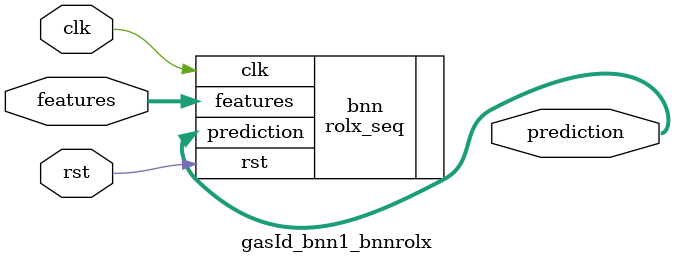
<source format=v>













module gasId_bnn1_bnnrolx #(

parameter FEAT_CNT = 128,
parameter HIDDEN_CNT = 40,
parameter FEAT_BITS = 4,
parameter CLASS_CNT = 6,
parameter TEST_CNT = 1000


  ) (
  input clk,
  input rst,
  input [FEAT_CNT*FEAT_BITS-1:0] features,
  output [$clog2(CLASS_CNT)-1:0] prediction
  );

  localparam Weights0 = 5120'b01111111110011111101000001110011011111101111111111000000001000000110100000111101000110100111101000001110100011101110001000010100010110010011101011011101010111111011100011001000000111111110010001011100101111000100111110101100001100111011010111000000010000100001111111011111001110001011000001101110111111111011111111111111000111000101001111110010000010101010101011011000001111111001110100111000001100111101011110011011101010011010011100101111100010100100001011100010000100111101001011011010101000000111000100010001011001100010000100000000110000010000010000010110111111011111110100000000110000111111000011110011100101101100001101011111101001011001100010011100010111111001101011110100111110000110101011000010100111100101111010011111011011001001101010010100110000000110000010010010000000001010000101000011001100110110001101000000100110111010011010000000111100000011001010100001111010100101111111111110001000010100010101100101010000011100000110000001111100000111000110100001000000110000000111110011010001011100110100011111101001101101101001101101110110001101110100101111110001001111111111111101001100111111101100001010110110101111000010111001100111110101111110100000101000011100011100000111010000100100010001100000001000000110001000000110000101011010010111101111101011111001000001100010011000001110000000011111010111010010000001100001101111110101111100011111001100111110111101001100001100011011000110011101110111110110000100100001000000010110001011000010001000011100000011110100011000011000000000010011111000111000011110010101110110111001001010011111110111110000100001011000100110110000111100011111101111110111111100111110001000101010101011111011110010101111111111011111100111000111110000111100100111001101100000100000001011111111111111010100110010101110110001101110000110001011010010001100110111110110000101100000111010100010101001110001000000001010111011001111110111100100001001010110000101100110100001010000101011110011111100111110000111111111001000011000110110001101111011111011100000010111100000011010011010001100101100101010101111111010000000111110000111011010111110011101100110000010100101101001101111111101110111011111110100011100110111001111100100001000000101110011100011011011010010000101000110101010101010111111000001101011111010111011100000010111101001101010110111100100001011110101011110011001001000100000001001100010011001101111000101101000010001000010001000101010100110001011111101111011011100001111011001100000100011000001001110100101101001011110001111100111111011101010111000100000000000111110111111101100100101001001100111101000111100100000101100101100101011011111011100000001110011001011011110111110010001000000000011100110100100111011011110000111111110100111101100010010001000000011000001100110001011001100000111101110011011000000111000100001001111001011111101111101010000101110110101100010100011011100110001010000000001101111111011111101000001000000101010101110001000010111001000011000011111110101001101010100010101001000000000011100000011000001000000100010001110011101110101000010000001000000001000010110001011000110110101001010111011001111111110100111010000000001111000001100010101000000111001010010010110100111011111111001010010100111100000100011011101110000001000000101111111011111110101000010010001001101000011011000010100100000101111111101111111100011010101110000110001011101100100011110000111111101101011010010000000000100101011001100111101100000111000001100101111001110101000101010001001000100010101111011000000010000101011000010100110100111010101111100000000000010000101010010111111100010001000101111101111001100111100110100010000101011101001100100110000100000101000010011000101000011111000101001111110000001100001000010001010011010110001011101010010110111100011110000011011100000110001000001011101100111101000001110000001010111110101110110000100111111110000010010000101110000101100100100111010001110011111010000010101011111011111010001110111011111010011110101110110010111001100000111110110101100101010000001111101001111000111110011001100010011110100000010101101000011100000111010111111001111000000000010000001111101110010011101000011110010010011101101111110010000110000001000001111100110001000011100000110001101001101111010000010100000110000110100011100110110011100111100110110000111010111111001110011111100011011010001100011011100110000100000110101111111111111011001001001011101010010101010100000010010101000101010001101001111011000011010010110000111001000010100111100100111000100000011010011100011010001000011000101110111011101010111011101010111011000010001100101011011111111010001110100011000111000001011111111111111000111100011001011111100010011010011000011110100110111110011111110000110001111111111110100010111011001110101111110100001111100001011001010011011110110111001110100111111101011110110001110000000110010110110110110100000111000001010011000001111001000011000010111000101000011111110001011100000000011110001111101010111110000011011100011111000010111111001111100001110011110110000000001000000010011010111101110011010101010000111111111111111000000000010011011010101101000001111111110011011111000010110000111011111000111110000011001101011000011111001111001010001111000000101111100111011 ;
  localparam Weights1 = 240'b001101100010110011101111111110000101100100111011101110001100100011010110111110010011010000101000111011101111100011011101110101110110000001111111010010111010101110110110000010000111110101011111100011100111010010101100110110001100101001011011 ;

  rolx_seq #(.FEAT_CNT(FEAT_CNT),.FEAT_BITS(FEAT_BITS),.HIDDEN_CNT(HIDDEN_CNT),.CLASS_CNT(CLASS_CNT),.Weights0(Weights0),.Weights1(Weights1)) bnn (
    .clk(clk),
    .rst(rst),
    .features(features),
    .prediction(prediction)
  );

endmodule

</source>
